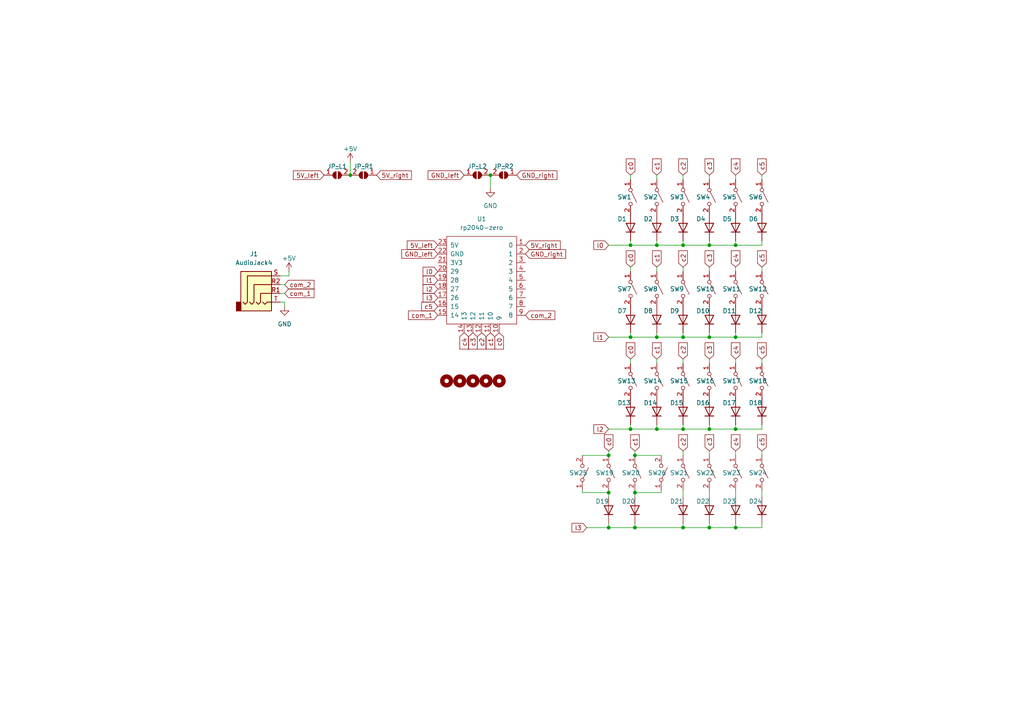
<source format=kicad_sch>
(kicad_sch (version 20231120) (generator "eeschema") (generator_version "8.0")
  (paper "A4")
  (lib_symbols
    (symbol "Connector_Audio:AudioJack4"
      (property "Reference" "J" (at 0 8.89 0))
      (property "Value" "AudioJack4" (at 0 6.35 0))
      (symbol "AudioJack4_0_1"
        (rectangle (start -6.35 -5.08) (end -7.62 -7.62) (stroke (width 0.254)) (fill (type outline)))
        (polyline (pts (xy 0 -5.08) (xy 0.635 -5.715) (xy 1.27 -5.08) (xy 2.54 -5.08)) (stroke (width 0.254)))
        (polyline (pts (xy -5.715 -5.08) (xy -5.08 -5.715) (xy -4.445 -5.08) (xy -4.445 2.54) (xy 2.54 2.54)) (stroke (width 0.254)))
        (polyline (pts (xy -1.905 -5.08) (xy -1.27 -5.715) (xy -0.635 -5.08) (xy -0.635 -2.54) (xy 2.54 -2.54)) (stroke (width 0.254)))
        (polyline (pts (xy 2.54 0) (xy -2.54 0) (xy -2.54 -5.08) (xy -3.175 -5.715) (xy -3.81 -5.08)) (stroke (width 0.254)))
        (rectangle (start 2.54 3.81) (end -6.35 -7.62) (stroke (width 0.254)) (fill (type background)))
      )
      (symbol "AudioJack4_1_1"
        (pin passive line (at 5.08 -2.54 180) (length 2.54) (name "~") (number "R1"))
        (pin passive line (at 5.08 0 180) (length 2.54) (name "~") (number "R2"))
        (pin passive line (at 5.08 2.54 180) (length 2.54) (name "~") (number "S"))
        (pin passive line (at 5.08 -5.08 180) (length 2.54) (name "~") (number "T"))
      )
    )
    (symbol "Diode:1N4148" (pin_numbers hide) (pin_names hide)
      (property "Reference" "D" (at 0 2.54 0))
      (property "Value" "1N4148" (at 0 -2.54 0))
      (symbol "1N4148_0_1"
        (polyline (pts (xy -1.27 1.27) (xy -1.27 -1.27)) (stroke (width 0.254)))
        (polyline (pts (xy 1.27 0) (xy -1.27 0)))
        (polyline (pts (xy 1.27 1.27) (xy 1.27 -1.27) (xy -1.27 0) (xy 1.27 1.27)) (stroke (width 0.254)))
      )
      (symbol "1N4148_1_1"
        (pin passive line (at -3.81 0 0) (length 2.54) (name "K") (number "1"))
        (pin passive line (at 3.81 0 180) (length 2.54) (name "A") (number "2"))
      )
    )
    (symbol "Jumper:SolderJumper_2_Open" (pin_names (offset 0) hide)
      (property "Reference" "JP" (at 0 2.032 0))
      (property "Value" "SolderJumper_2_Open" (at 0 -2.54 0))
      (symbol "SolderJumper_2_Open_0_1"
        (arc (start -0.254 1.016) (mid -1.2656 0) (end -0.254 -1.016))
        (arc (start -0.254 1.016) (mid -1.2656 0) (end -0.254 -1.016) (fill (type outline)))
        (polyline (pts (xy -0.254 1.016) (xy -0.254 -1.016)))
        (polyline (pts (xy 0.254 1.016) (xy 0.254 -1.016)))
        (arc (start 0.254 -1.016) (mid 1.2656 0) (end 0.254 1.016))
        (arc (start 0.254 -1.016) (mid 1.2656 0) (end 0.254 1.016) (fill (type outline)))
      )
      (symbol "SolderJumper_2_Open_1_1"
        (pin passive line (at -3.81 0 0) (length 2.54) (name "A") (number "1"))
        (pin passive line (at 3.81 0 180) (length 2.54) (name "B") (number "2"))
      )
    )
    (symbol "Mechanical:MountingHole" (pin_names (offset 1.016))
      (property "Reference" "H" (at 0 5.08 0))
      (property "Value" "MountingHole" (at 0 3.175 0))
      (symbol "MountingHole_0_1"
        (circle (center 0 0) (radius 1.27) (stroke (width 1.27)))
      )
    )
    (symbol "Switch:SW_SPST" (pin_names (offset 0) hide)
      (property "Reference" "SW" (at 0 3.175 0))
      (property "Value" "SW_SPST" (at 0 -2.54 0))
      (symbol "SW_SPST_0_0"
        (circle (center -2.032 0) (radius 0.508))
        (polyline (pts (xy -1.524 0.254) (xy 1.524 1.778)))
        (circle (center 2.032 0) (radius 0.508))
      )
      (symbol "SW_SPST_1_1"
        (pin passive line (at -5.08 0 0) (length 2.54) (name "A") (number "1"))
        (pin passive line (at 5.08 0 180) (length 2.54) (name "B") (number "2"))
      )
    )
    (symbol "mcu:rp2040-zero" (pin_names (offset 1.016))
      (property "Reference" "U" (at 0 15.24 0))
      (property "Value" "rp2040-zero" (at 0 12.7 0))
      (symbol "rp2040-zero_0_1"
        (rectangle (start -10.16 11.43) (end 10.16 -13.97))
      )
      (symbol "rp2040-zero_1_1"
        (pin bidirectional line (at 12.7 8.89 180) (length 2.54) (name "0") (number "1"))
        (pin bidirectional line (at 5.08 -16.51 90) (length 2.54) (name "9") (number "10"))
        (pin bidirectional line (at 2.54 -16.51 90) (length 2.54) (name "10") (number "11"))
        (pin bidirectional line (at 0 -16.51 90) (length 2.54) (name "11") (number "12"))
        (pin bidirectional line (at -2.54 -16.51 90) (length 2.54) (name "12") (number "13"))
        (pin bidirectional line (at -5.08 -16.51 90) (length 2.54) (name "13") (number "14"))
        (pin bidirectional line (at -12.7 -11.43 0) (length 2.54) (name "14") (number "15"))
        (pin bidirectional line (at -12.7 -8.89 0) (length 2.54) (name "15") (number "16"))
        (pin bidirectional line (at -12.7 -6.35 0) (length 2.54) (name "26") (number "17"))
        (pin bidirectional line (at -12.7 -3.81 0) (length 2.54) (name "27") (number "18"))
        (pin bidirectional line (at -12.7 -1.27 0) (length 2.54) (name "28") (number "19"))
        (pin bidirectional line (at 12.7 6.35 180) (length 2.54) (name "1") (number "2"))
        (pin bidirectional line (at -12.7 1.27 0) (length 2.54) (name "29") (number "20"))
        (pin power_out line (at -12.7 3.81 0) (length 2.54) (name "3V3") (number "21"))
        (pin power_out line (at -12.7 6.35 0) (length 2.54) (name "GND") (number "22"))
        (pin power_out line (at -12.7 8.89 0) (length 2.54) (name "5V") (number "23"))
        (pin bidirectional line (at 12.7 3.81 180) (length 2.54) (name "2") (number "3"))
        (pin bidirectional line (at 12.7 1.27 180) (length 2.54) (name "3") (number "4"))
        (pin bidirectional line (at 12.7 -1.27 180) (length 2.54) (name "4") (number "5"))
        (pin bidirectional line (at 12.7 -3.81 180) (length 2.54) (name "5") (number "6"))
        (pin bidirectional line (at 12.7 -6.35 180) (length 2.54) (name "6") (number "7"))
        (pin bidirectional line (at 12.7 -8.89 180) (length 2.54) (name "7") (number "8"))
        (pin bidirectional line (at 12.7 -11.43 180) (length 2.54) (name "8") (number "9"))
      )
    )
    (symbol "power:+5V" (power) (pin_names (offset 0))
      (property "Value" "+5V" (at 0 3.556 0))
      (symbol "+5V_0_1"
        (polyline (pts (xy -0.762 1.27) (xy 0 2.54)))
        (polyline (pts (xy 0 0) (xy 0 2.54)))
        (polyline (pts (xy 0 2.54) (xy 0.762 1.27)))
      )
      (symbol "+5V_1_1"
        (pin power_in line (at 0 0 90) (length 0) hide (name "+5V") (number "1"))
      )
    )
    (symbol "power:GND" (power) (pin_names (offset 0))
      (property "Value" "GND" (at 0 -3.81 0))
      (symbol "GND_0_1"
        (polyline (pts (xy 0 0) (xy 0 -1.27) (xy 1.27 -1.27) (xy 0 -2.54) (xy -1.27 -1.27) (xy 0 -1.27)))
      )
      (symbol "GND_1_1"
        (pin power_in line (at 0 0 270) (length 0) hide (name "GND") (number "1"))
      )
    )
  )
  (junction (at 198.12 71.12))
  (junction (at 176.53 132.08))
  (junction (at 184.15 142.875))
  (junction (at 176.53 142.875))
  (junction (at 142.24 50.8))
  (junction (at 213.36 153.035))
  (junction (at 190.5 124.46))
  (junction (at 198.12 97.79))
  (junction (at 176.53 153.035))
  (junction (at 184.15 153.035))
  (junction (at 213.36 124.46))
  (junction (at 190.5 71.12))
  (junction (at 213.36 97.79))
  (junction (at 182.88 124.46))
  (junction (at 205.74 97.79))
  (junction (at 198.12 124.46))
  (junction (at 205.74 71.12))
  (junction (at 101.6 50.8))
  (junction (at 205.74 153.035))
  (junction (at 184.15 132.08))
  (junction (at 205.74 124.46))
  (junction (at 213.36 71.12))
  (junction (at 182.88 97.79))
  (junction (at 190.5 97.79))
  (junction (at 198.12 153.035))
  (junction (at 182.88 71.12))
  (wire (pts (xy 205.74 71.12) (xy 213.36 71.12)))
  (wire (pts (xy 220.98 77.47) (xy 220.98 78.74)))
  (wire (pts (xy 198.12 50.8) (xy 198.12 52.07)))
  (wire (pts (xy 176.53 153.035) (xy 184.15 153.035)))
  (wire (pts (xy 205.74 124.46) (xy 213.36 124.46)))
  (wire (pts (xy 213.36 151.765) (xy 213.36 153.035)))
  (wire (pts (xy 182.88 97.79) (xy 190.5 97.79)))
  (wire (pts (xy 198.12 69.85) (xy 198.12 71.12)))
  (wire (pts (xy 184.15 142.875) (xy 184.15 142.24)))
  (wire (pts (xy 83.82 80.01) (xy 81.28 80.01)))
  (wire (pts (xy 198.12 130.81) (xy 198.12 132.08)))
  (wire (pts (xy 220.98 50.8) (xy 220.98 52.07)))
  (wire (pts (xy 182.88 69.85) (xy 182.88 71.12)))
  (wire (pts (xy 101.6 46.99) (xy 101.6 50.8)))
  (wire (pts (xy 205.74 50.8) (xy 205.74 52.07)))
  (wire (pts (xy 220.98 151.765) (xy 220.98 153.035)))
  (wire (pts (xy 190.5 97.79) (xy 198.12 97.79)))
  (wire (pts (xy 213.36 96.52) (xy 213.36 97.79)))
  (wire (pts (xy 205.74 69.85) (xy 205.74 71.12)))
  (wire (pts (xy 205.74 153.035) (xy 213.36 153.035)))
  (wire (pts (xy 198.12 123.19) (xy 198.12 124.46)))
  (wire (pts (xy 190.5 77.47) (xy 190.5 78.74)))
  (wire (pts (xy 182.88 96.52) (xy 182.88 97.79)))
  (wire (pts (xy 176.53 124.46) (xy 182.88 124.46)))
  (wire (pts (xy 213.36 130.81) (xy 213.36 132.08)))
  (wire (pts (xy 213.36 77.47) (xy 213.36 78.74)))
  (wire (pts (xy 182.88 123.19) (xy 182.88 124.46)))
  (wire (pts (xy 205.74 151.765) (xy 205.74 153.035)))
  (wire (pts (xy 213.36 104.14) (xy 213.36 105.41)))
  (wire (pts (xy 176.53 97.79) (xy 182.88 97.79)))
  (wire (pts (xy 213.36 124.46) (xy 220.98 124.46)))
  (wire (pts (xy 182.88 71.12) (xy 190.5 71.12)))
  (wire (pts (xy 198.12 142.24) (xy 198.12 144.145)))
  (wire (pts (xy 205.74 104.14) (xy 205.74 105.41)))
  (wire (pts (xy 176.53 142.875) (xy 176.53 144.145)))
  (wire (pts (xy 190.5 69.85) (xy 190.5 71.12)))
  (wire (pts (xy 213.36 71.12) (xy 220.98 71.12)))
  (wire (pts (xy 184.15 142.875) (xy 191.77 142.875)))
  (wire (pts (xy 81.28 87.63) (xy 82.55 87.63)))
  (wire (pts (xy 182.88 77.47) (xy 182.88 78.74)))
  (wire (pts (xy 184.15 144.145) (xy 184.15 142.875)))
  (wire (pts (xy 176.53 142.24) (xy 176.53 142.875)))
  (wire (pts (xy 184.15 151.765) (xy 184.15 153.035)))
  (wire (pts (xy 198.12 71.12) (xy 205.74 71.12)))
  (wire (pts (xy 205.74 97.79) (xy 213.36 97.79)))
  (wire (pts (xy 190.5 96.52) (xy 190.5 97.79)))
  (wire (pts (xy 198.12 153.035) (xy 205.74 153.035)))
  (wire (pts (xy 213.36 153.035) (xy 220.98 153.035)))
  (wire (pts (xy 198.12 97.79) (xy 205.74 97.79)))
  (wire (pts (xy 83.82 78.74) (xy 83.82 80.01)))
  (wire (pts (xy 184.15 153.035) (xy 198.12 153.035)))
  (wire (pts (xy 198.12 104.14) (xy 198.12 105.41)))
  (wire (pts (xy 170.18 153.035) (xy 176.53 153.035)))
  (wire (pts (xy 213.36 50.8) (xy 213.36 52.07)))
  (wire (pts (xy 190.5 123.19) (xy 190.5 124.46)))
  (wire (pts (xy 176.53 130.81) (xy 176.53 132.08)))
  (wire (pts (xy 205.74 77.47) (xy 205.74 78.74)))
  (wire (pts (xy 220.98 130.81) (xy 220.98 132.08)))
  (wire (pts (xy 168.91 142.875) (xy 176.53 142.875)))
  (wire (pts (xy 182.88 124.46) (xy 190.5 124.46)))
  (wire (pts (xy 220.98 96.52) (xy 220.98 97.79)))
  (wire (pts (xy 220.98 69.85) (xy 220.98 71.12)))
  (wire (pts (xy 213.36 69.85) (xy 213.36 71.12)))
  (wire (pts (xy 142.24 50.8) (xy 142.24 54.61)))
  (wire (pts (xy 182.88 104.14) (xy 182.88 105.41)))
  (wire (pts (xy 213.36 123.19) (xy 213.36 124.46)))
  (wire (pts (xy 220.98 144.145) (xy 220.98 142.24)))
  (wire (pts (xy 198.12 151.765) (xy 198.12 153.035)))
  (wire (pts (xy 190.5 50.8) (xy 190.5 52.07)))
  (wire (pts (xy 184.15 132.08) (xy 191.77 132.08)))
  (wire (pts (xy 198.12 124.46) (xy 205.74 124.46)))
  (wire (pts (xy 220.98 104.14) (xy 220.98 105.41)))
  (wire (pts (xy 220.98 123.19) (xy 220.98 124.46)))
  (wire (pts (xy 168.91 142.24) (xy 168.91 142.875)))
  (wire (pts (xy 191.77 142.24) (xy 191.77 142.875)))
  (wire (pts (xy 205.74 96.52) (xy 205.74 97.79)))
  (wire (pts (xy 82.55 87.63) (xy 82.55 88.9)))
  (wire (pts (xy 190.5 71.12) (xy 198.12 71.12)))
  (wire (pts (xy 213.36 97.79) (xy 220.98 97.79)))
  (wire (pts (xy 182.88 50.8) (xy 182.88 52.07)))
  (wire (pts (xy 205.74 130.81) (xy 205.74 132.08)))
  (wire (pts (xy 190.5 104.14) (xy 190.5 105.41)))
  (wire (pts (xy 81.28 82.55) (xy 82.55 82.55)))
  (wire (pts (xy 213.36 144.145) (xy 213.36 142.24)))
  (wire (pts (xy 81.28 85.09) (xy 82.55 85.09)))
  (wire (pts (xy 198.12 96.52) (xy 198.12 97.79)))
  (wire (pts (xy 184.15 130.81) (xy 184.15 132.08)))
  (wire (pts (xy 176.53 71.12) (xy 182.88 71.12)))
  (wire (pts (xy 168.91 132.08) (xy 176.53 132.08)))
  (wire (pts (xy 190.5 124.46) (xy 198.12 124.46)))
  (wire (pts (xy 205.74 144.145) (xy 205.74 142.24)))
  (wire (pts (xy 198.12 77.47) (xy 198.12 78.74)))
  (wire (pts (xy 205.74 123.19) (xy 205.74 124.46)))
  (wire (pts (xy 176.53 151.765) (xy 176.53 153.035)))
  (global_label "c4" (shape input) (at 213.36 50.8 90) (property "Intersheetrefs" "${INTERSHEET_REFS}" (effects (hide yes))))
  (global_label "l2" (shape input) (at 176.53 124.46 180) (property "Intersheetrefs" "${INTERSHEET_REFS}" (effects (hide yes))))
  (global_label "c5" (shape input) (at 220.98 50.8 90) (property "Intersheetrefs" "${INTERSHEET_REFS}" (effects (hide yes))))
  (global_label "c0" (shape input) (at 176.53 130.81 90) (property "Intersheetrefs" "${INTERSHEET_REFS}" (effects (hide yes))))
  (global_label "c4" (shape input) (at 213.36 104.14 90) (property "Intersheetrefs" "${INTERSHEET_REFS}" (effects (hide yes))))
  (global_label "c0" (shape input) (at 182.88 50.8 90) (property "Intersheetrefs" "${INTERSHEET_REFS}" (effects (hide yes))))
  (global_label "com_1" (shape input) (at 82.55 85.09 0) (property "Intersheetrefs" "${INTERSHEET_REFS}" (effects (hide yes))))
  (global_label "c3" (shape input) (at 205.74 77.47 90) (property "Intersheetrefs" "${INTERSHEET_REFS}" (effects (hide yes))))
  (global_label "com_2" (shape input) (at 152.4 91.44 0) (property "Intersheetrefs" "${INTERSHEET_REFS}" (effects (hide yes))))
  (global_label "c2" (shape input) (at 198.12 130.81 90) (property "Intersheetrefs" "${INTERSHEET_REFS}" (effects (hide yes))))
  (global_label "l1" (shape input) (at 176.53 97.79 180) (property "Intersheetrefs" "${INTERSHEET_REFS}" (effects (hide yes))))
  (global_label "GND_right" (shape input) (at 149.86 50.8 0) (property "Intersheetrefs" "${INTERSHEET_REFS}" (effects (hide yes))))
  (global_label "l1" (shape input) (at 127 81.28 180) (property "Intersheetrefs" "${INTERSHEET_REFS}" (effects (hide yes))))
  (global_label "5V_left" (shape input) (at 127 71.12 180) (property "Intersheetrefs" "${INTERSHEET_REFS}" (effects (hide yes))))
  (global_label "c1" (shape input) (at 184.15 130.81 90) (property "Intersheetrefs" "${INTERSHEET_REFS}" (effects (hide yes))))
  (global_label "c2" (shape input) (at 198.12 50.8 90) (property "Intersheetrefs" "${INTERSHEET_REFS}" (effects (hide yes))))
  (global_label "c5" (shape input) (at 220.98 104.14 90) (property "Intersheetrefs" "${INTERSHEET_REFS}" (effects (hide yes))))
  (global_label "5V_right" (shape input) (at 109.22 50.8 0) (property "Intersheetrefs" "${INTERSHEET_REFS}" (effects (hide yes))))
  (global_label "l0" (shape input) (at 127 78.74 180) (property "Intersheetrefs" "${INTERSHEET_REFS}" (effects (hide yes))))
  (global_label "GND_left" (shape input) (at 127 73.66 180) (property "Intersheetrefs" "${INTERSHEET_REFS}" (effects (hide yes))))
  (global_label "c5" (shape input) (at 127 88.9 180) (property "Intersheetrefs" "${INTERSHEET_REFS}" (effects (hide yes))))
  (global_label "c2" (shape input) (at 198.12 104.14 90) (property "Intersheetrefs" "${INTERSHEET_REFS}" (effects (hide yes))))
  (global_label "c4" (shape input) (at 213.36 130.81 90) (property "Intersheetrefs" "${INTERSHEET_REFS}" (effects (hide yes))))
  (global_label "c2" (shape input) (at 198.12 77.47 90) (property "Intersheetrefs" "${INTERSHEET_REFS}" (effects (hide yes))))
  (global_label "c0" (shape input) (at 182.88 104.14 90) (property "Intersheetrefs" "${INTERSHEET_REFS}" (effects (hide yes))))
  (global_label "GND_right" (shape input) (at 152.4 73.66 0) (property "Intersheetrefs" "${INTERSHEET_REFS}" (effects (hide yes))))
  (global_label "c1" (shape input) (at 190.5 104.14 90) (property "Intersheetrefs" "${INTERSHEET_REFS}" (effects (hide yes))))
  (global_label "l3" (shape input) (at 127 86.36 180) (property "Intersheetrefs" "${INTERSHEET_REFS}" (effects (hide yes))))
  (global_label "l3" (shape input) (at 170.18 153.035 180) (property "Intersheetrefs" "${INTERSHEET_REFS}" (effects (hide yes))))
  (global_label "c4" (shape input) (at 213.36 77.47 90) (property "Intersheetrefs" "${INTERSHEET_REFS}" (effects (hide yes))))
  (global_label "5V_right" (shape input) (at 152.4 71.12 0) (property "Intersheetrefs" "${INTERSHEET_REFS}" (effects (hide yes))))
  (global_label "com_2" (shape input) (at 82.55 82.55 0) (property "Intersheetrefs" "${INTERSHEET_REFS}" (effects (hide yes))))
  (global_label "l2" (shape input) (at 127 83.82 180) (property "Intersheetrefs" "${INTERSHEET_REFS}" (effects (hide yes))))
  (global_label "c0" (shape input) (at 144.78 96.52 270) (property "Intersheetrefs" "${INTERSHEET_REFS}" (effects (hide yes))))
  (global_label "c2" (shape input) (at 139.7 96.52 270) (property "Intersheetrefs" "${INTERSHEET_REFS}" (effects (hide yes))))
  (global_label "c3" (shape input) (at 205.74 104.14 90) (property "Intersheetrefs" "${INTERSHEET_REFS}" (effects (hide yes))))
  (global_label "c1" (shape input) (at 190.5 77.47 90) (property "Intersheetrefs" "${INTERSHEET_REFS}" (effects (hide yes))))
  (global_label "c1" (shape input) (at 190.5 50.8 90) (property "Intersheetrefs" "${INTERSHEET_REFS}" (effects (hide yes))))
  (global_label "l0" (shape input) (at 176.53 71.12 180) (property "Intersheetrefs" "${INTERSHEET_REFS}" (effects (hide yes))))
  (global_label "5V_left" (shape input) (at 93.98 50.8 180) (property "Intersheetrefs" "${INTERSHEET_REFS}" (effects (hide yes))))
  (global_label "c1" (shape input) (at 142.24 96.52 270) (property "Intersheetrefs" "${INTERSHEET_REFS}" (effects (hide yes))))
  (global_label "com_1" (shape input) (at 127 91.44 180) (property "Intersheetrefs" "${INTERSHEET_REFS}" (effects (hide yes))))
  (global_label "c3" (shape input) (at 205.74 130.81 90) (property "Intersheetrefs" "${INTERSHEET_REFS}" (effects (hide yes))))
  (global_label "c3" (shape input) (at 137.16 96.52 270) (property "Intersheetrefs" "${INTERSHEET_REFS}" (effects (hide yes))))
  (global_label "c5" (shape input) (at 220.98 130.81 90) (property "Intersheetrefs" "${INTERSHEET_REFS}" (effects (hide yes))))
  (global_label "c5" (shape input) (at 220.98 77.47 90) (property "Intersheetrefs" "${INTERSHEET_REFS}" (effects (hide yes))))
  (global_label "c0" (shape input) (at 182.88 77.47 90) (property "Intersheetrefs" "${INTERSHEET_REFS}" (effects (hide yes))))
  (global_label "c3" (shape input) (at 205.74 50.8 90) (property "Intersheetrefs" "${INTERSHEET_REFS}" (effects (hide yes))))
  (global_label "GND_left" (shape input) (at 134.62 50.8 180) (property "Intersheetrefs" "${INTERSHEET_REFS}" (effects (hide yes))))
  (global_label "c4" (shape input) (at 134.62 96.52 270) (property "Intersheetrefs" "${INTERSHEET_REFS}" (effects (hide yes))))
  (symbol (lib_id "power:+5V") (at 101.6 46.99 0) (unit 1)
    (property "Reference" "#PWR01" (effects (hide yes)))
    (property "Value" "+5V" (at 101.6 43.18 0))
  )
  (symbol (lib_id "Switch:SW_SPST") (at 220.98 57.15 270) (unit 1)
    (property "Reference" "SW6" (at 217.17 57.15 90) (effects (justify left)))
    (property "Value" "SW_SPST" (effects (hide yes)))
    (property "Footprint" "lib:SW_MX_reversible" (effects (hide yes)))
  )
  (symbol (lib_id "Diode:1N4148") (at 205.74 119.38 90) (unit 1)
    (property "Reference" "D16" (at 201.93 116.84 90) (effects (justify right)))
    (property "Value" "1N4148" (effects (hide yes)))
    (property "Footprint" "Diode_THT:D_DO-35_SOD27_P7.62mm_Horizontal" (effects (hide yes)))
    (property "Datasheet" "https://assets.nexperia.com/documents/data-sheet/1N4148_1N4448.pdf" (effects (hide yes)))
    (property "Sim.Device" "D" (effects (hide yes)))
    (property "Sim.Pins" "1=K 2=A" (effects (hide yes)))
  )
  (symbol (lib_id "Jumper:SolderJumper_2_Open") (at 138.43 50.8 0) (unit 1)
    (property "Reference" "JP_L2" (at 138.43 48.26 0))
    (property "Value" "~" (at 138.43 48.26 0))
    (property "Footprint" "lib:SolderJumper-2_P1.3mm_Open_RoundedPad1.0x1.5mm" (effects (hide yes)))
  )
  (symbol (lib_id "Jumper:SolderJumper_2_Open") (at 146.05 50.8 0) (mirror y) (unit 1)
    (property "Reference" "JP_R2" (at 146.05 48.26 0))
    (property "Value" "~" (at 146.05 48.26 0))
    (property "Footprint" "lib:SolderJumper-2_P1.3mm_Open_RoundedPad1.0x1.5mm" (effects (hide yes)))
  )
  (symbol (lib_id "Diode:1N4148") (at 182.88 119.38 90) (unit 1)
    (property "Reference" "D13" (at 179.07 116.84 90) (effects (justify right)))
    (property "Value" "1N4148" (effects (hide yes)))
    (property "Footprint" "Diode_THT:D_DO-35_SOD27_P7.62mm_Horizontal" (effects (hide yes)))
    (property "Datasheet" "https://assets.nexperia.com/documents/data-sheet/1N4148_1N4448.pdf" (effects (hide yes)))
    (property "Sim.Device" "D" (effects (hide yes)))
    (property "Sim.Pins" "1=K 2=A" (effects (hide yes)))
  )
  (symbol (lib_id "Switch:SW_SPST") (at 205.74 137.16 270) (unit 1)
    (property "Reference" "SW22" (at 201.93 137.16 90) (effects (justify left)))
    (property "Value" "SW_SPST" (effects (hide yes)))
    (property "Footprint" "lib:SW_MX_reversible" (effects (hide yes)))
  )
  (symbol (lib_id "Switch:SW_SPST") (at 198.12 137.16 270) (unit 1)
    (property "Reference" "SW21" (at 194.31 137.16 90) (effects (justify left)))
    (property "Value" "SW_SPST" (effects (hide yes)))
    (property "Footprint" "lib:SW_MX_reversible_2" (effects (hide yes)))
  )
  (symbol (lib_id "power:GND") (at 142.24 54.61 0) (unit 1)
    (property "Reference" "#PWR02" (effects (hide yes)))
    (property "Value" "GND" (at 142.24 59.69 0))
  )
  (symbol (lib_id "Switch:SW_SPST") (at 213.36 110.49 270) (unit 1)
    (property "Reference" "SW17" (at 209.55 110.49 90) (effects (justify left)))
    (property "Value" "SW_SPST" (effects (hide yes)))
    (property "Footprint" "lib:SW_MX_reversible" (effects (hide yes)))
  )
  (symbol (lib_id "Switch:SW_SPST") (at 182.88 110.49 270) (unit 1)
    (property "Reference" "SW13" (at 179.07 110.49 90) (effects (justify left)))
    (property "Value" "SW_SPST" (effects (hide yes)))
    (property "Footprint" "lib:SW_MX_reversible" (effects (hide yes)))
  )
  (symbol (lib_id "Switch:SW_SPST") (at 184.15 137.16 270) (unit 1)
    (property "Reference" "SW20" (at 180.34 137.16 90) (effects (justify left)))
    (property "Value" "SW_SPST" (effects (hide yes)))
    (property "Footprint" "lib:SW_MX_reversible" (effects (hide yes)))
  )
  (symbol (lib_id "Switch:SW_SPST") (at 220.98 110.49 270) (unit 1)
    (property "Reference" "SW18" (at 217.17 110.49 90) (effects (justify left)))
    (property "Value" "SW_SPST" (effects (hide yes)))
    (property "Footprint" "lib:SW_MX_reversible" (effects (hide yes)))
  )
  (symbol (lib_id "Mechanical:MountingHole") (at 140.97 110.49 0) (unit 1)
    (property "Reference" "H4" (effects (hide yes)))
    (property "Value" "MountingHole" (effects (hide yes)))
    (property "Footprint" "MountingHole:MountingHole_2.2mm_M2" (effects (hide yes)))
  )
  (symbol (lib_id "Diode:1N4148") (at 182.88 66.04 90) (unit 1)
    (property "Reference" "D1" (at 179.07 63.5 90) (effects (justify right)))
    (property "Value" "1N4148" (effects (hide yes)))
    (property "Footprint" "Diode_THT:D_DO-35_SOD27_P7.62mm_Horizontal" (effects (hide yes)))
    (property "Datasheet" "https://assets.nexperia.com/documents/data-sheet/1N4148_1N4448.pdf" (effects (hide yes)))
    (property "Sim.Device" "D" (effects (hide yes)))
    (property "Sim.Pins" "1=K 2=A" (effects (hide yes)))
  )
  (symbol (lib_id "Switch:SW_SPST") (at 205.74 110.49 270) (unit 1)
    (property "Reference" "SW16" (at 201.93 110.49 90) (effects (justify left)))
    (property "Value" "SW_SPST" (effects (hide yes)))
    (property "Footprint" "lib:SW_MX_reversible" (effects (hide yes)))
  )
  (symbol (lib_id "Connector_Audio:AudioJack4") (at 76.2 82.55 0) (unit 1)
    (property "Reference" "J1" (at 73.66 73.66 0))
    (property "Value" "AudioJack4" (at 73.66 76.2 0))
    (property "Footprint" "lib:TRRS-PJ-320A_reversible_2" (effects (hide yes)))
  )
  (symbol (lib_id "Switch:SW_SPST") (at 182.88 83.82 270) (unit 1)
    (property "Reference" "SW7" (at 179.07 83.82 90) (effects (justify left)))
    (property "Value" "SW_SPST" (effects (hide yes)))
    (property "Footprint" "lib:SW_MX_reversible" (effects (hide yes)))
  )
  (symbol (lib_id "Diode:1N4148") (at 198.12 66.04 90) (unit 1)
    (property "Reference" "D3" (at 194.31 63.5 90) (effects (justify right)))
    (property "Value" "1N4148" (effects (hide yes)))
    (property "Footprint" "Diode_THT:D_DO-35_SOD27_P7.62mm_Horizontal" (effects (hide yes)))
    (property "Datasheet" "https://assets.nexperia.com/documents/data-sheet/1N4148_1N4448.pdf" (effects (hide yes)))
    (property "Sim.Device" "D" (effects (hide yes)))
    (property "Sim.Pins" "1=K 2=A" (effects (hide yes)))
  )
  (symbol (lib_id "Diode:1N4148") (at 220.98 119.38 90) (unit 1)
    (property "Reference" "D18" (at 217.17 116.84 90) (effects (justify right)))
    (property "Value" "1N4148" (effects (hide yes)))
    (property "Footprint" "Diode_THT:D_DO-35_SOD27_P7.62mm_Horizontal" (effects (hide yes)))
    (property "Datasheet" "https://assets.nexperia.com/documents/data-sheet/1N4148_1N4448.pdf" (effects (hide yes)))
    (property "Sim.Device" "D" (effects (hide yes)))
    (property "Sim.Pins" "1=K 2=A" (effects (hide yes)))
  )
  (symbol (lib_id "Switch:SW_SPST") (at 198.12 57.15 270) (unit 1)
    (property "Reference" "SW3" (at 194.31 57.15 90) (effects (justify left)))
    (property "Value" "SW_SPST" (effects (hide yes)))
    (property "Footprint" "lib:SW_MX_reversible" (effects (hide yes)))
  )
  (symbol (lib_id "Diode:1N4148") (at 182.88 92.71 90) (unit 1)
    (property "Reference" "D7" (at 179.07 90.17 90) (effects (justify right)))
    (property "Value" "1N4148" (effects (hide yes)))
    (property "Footprint" "Diode_THT:D_DO-35_SOD27_P7.62mm_Horizontal" (effects (hide yes)))
    (property "Datasheet" "https://assets.nexperia.com/documents/data-sheet/1N4148_1N4448.pdf" (effects (hide yes)))
    (property "Sim.Device" "D" (effects (hide yes)))
    (property "Sim.Pins" "1=K 2=A" (effects (hide yes)))
  )
  (symbol (lib_id "Mechanical:MountingHole") (at 144.78 110.49 0) (unit 1)
    (property "Reference" "H5" (effects (hide yes)))
    (property "Value" "MountingHole" (effects (hide yes)))
    (property "Footprint" "MountingHole:MountingHole_2.2mm_M2" (effects (hide yes)))
  )
  (symbol (lib_id "Diode:1N4148") (at 190.5 66.04 90) (unit 1)
    (property "Reference" "D2" (at 186.69 63.5 90) (effects (justify right)))
    (property "Value" "1N4148" (effects (hide yes)))
    (property "Footprint" "Diode_THT:D_DO-35_SOD27_P7.62mm_Horizontal" (effects (hide yes)))
    (property "Datasheet" "https://assets.nexperia.com/documents/data-sheet/1N4148_1N4448.pdf" (effects (hide yes)))
    (property "Sim.Device" "D" (effects (hide yes)))
    (property "Sim.Pins" "1=K 2=A" (effects (hide yes)))
  )
  (symbol (lib_id "Switch:SW_SPST") (at 190.5 110.49 270) (unit 1)
    (property "Reference" "SW14" (at 186.69 110.49 90) (effects (justify left)))
    (property "Value" "SW_SPST" (effects (hide yes)))
    (property "Footprint" "lib:SW_MX_reversible" (effects (hide yes)))
  )
  (symbol (lib_id "Diode:1N4148") (at 213.36 147.955 90) (unit 1)
    (property "Reference" "D23" (at 209.55 145.415 90) (effects (justify right)))
    (property "Value" "1N4148" (effects (hide yes)))
    (property "Footprint" "Diode_THT:D_DO-35_SOD27_P7.62mm_Horizontal" (effects (hide yes)))
    (property "Datasheet" "https://assets.nexperia.com/documents/data-sheet/1N4148_1N4448.pdf" (effects (hide yes)))
    (property "Sim.Device" "D" (effects (hide yes)))
    (property "Sim.Pins" "1=K 2=A" (effects (hide yes)))
  )
  (symbol (lib_id "Diode:1N4148") (at 198.12 119.38 90) (unit 1)
    (property "Reference" "D15" (at 194.31 116.84 90) (effects (justify right)))
    (property "Value" "1N4148" (effects (hide yes)))
    (property "Footprint" "Diode_THT:D_DO-35_SOD27_P7.62mm_Horizontal" (effects (hide yes)))
    (property "Datasheet" "https://assets.nexperia.com/documents/data-sheet/1N4148_1N4448.pdf" (effects (hide yes)))
    (property "Sim.Device" "D" (effects (hide yes)))
    (property "Sim.Pins" "1=K 2=A" (effects (hide yes)))
  )
  (symbol (lib_id "Diode:1N4148") (at 198.12 92.71 90) (unit 1)
    (property "Reference" "D9" (at 194.31 90.17 90) (effects (justify right)))
    (property "Value" "1N4148" (effects (hide yes)))
    (property "Footprint" "Diode_THT:D_DO-35_SOD27_P7.62mm_Horizontal" (effects (hide yes)))
    (property "Datasheet" "https://assets.nexperia.com/documents/data-sheet/1N4148_1N4448.pdf" (effects (hide yes)))
    (property "Sim.Device" "D" (effects (hide yes)))
    (property "Sim.Pins" "1=K 2=A" (effects (hide yes)))
  )
  (symbol (lib_id "Jumper:SolderJumper_2_Open") (at 105.41 50.8 0) (mirror y) (unit 1)
    (property "Reference" "JP_R1" (at 105.41 48.26 0))
    (property "Value" "~" (at 105.41 48.26 0))
    (property "Footprint" "lib:SolderJumper-2_P1.3mm_Open_RoundedPad1.0x1.5mm" (effects (hide yes)))
  )
  (symbol (lib_id "Switch:SW_SPST") (at 190.5 57.15 270) (unit 1)
    (property "Reference" "SW2" (at 186.69 57.15 90) (effects (justify left)))
    (property "Value" "SW_SPST" (effects (hide yes)))
    (property "Footprint" "lib:SW_MX_reversible" (effects (hide yes)))
  )
  (symbol (lib_id "Diode:1N4148") (at 205.74 66.04 90) (unit 1)
    (property "Reference" "D4" (at 201.93 63.5 90) (effects (justify right)))
    (property "Value" "1N4148" (effects (hide yes)))
    (property "Footprint" "Diode_THT:D_DO-35_SOD27_P7.62mm_Horizontal" (effects (hide yes)))
    (property "Datasheet" "https://assets.nexperia.com/documents/data-sheet/1N4148_1N4448.pdf" (effects (hide yes)))
    (property "Sim.Device" "D" (effects (hide yes)))
    (property "Sim.Pins" "1=K 2=A" (effects (hide yes)))
  )
  (symbol (lib_id "mcu:rp2040-zero") (at 139.7 80.01 0) (unit 1)
    (property "Reference" "U1" (at 139.7 63.5 0))
    (property "Value" "rp2040-zero" (at 139.7 66.04 0))
    (property "Footprint" "_mcu:rp2040-zero-tht" (effects (hide yes)))
  )
  (symbol (lib_id "Diode:1N4148") (at 205.74 92.71 90) (unit 1)
    (property "Reference" "D10" (at 201.93 90.17 90) (effects (justify right)))
    (property "Value" "1N4148" (effects (hide yes)))
    (property "Footprint" "Diode_THT:D_DO-35_SOD27_P7.62mm_Horizontal" (effects (hide yes)))
    (property "Datasheet" "https://assets.nexperia.com/documents/data-sheet/1N4148_1N4448.pdf" (effects (hide yes)))
    (property "Sim.Device" "D" (effects (hide yes)))
    (property "Sim.Pins" "1=K 2=A" (effects (hide yes)))
  )
  (symbol (lib_id "Diode:1N4148") (at 205.74 147.955 90) (unit 1)
    (property "Reference" "D22" (at 201.93 145.415 90) (effects (justify right)))
    (property "Value" "1N4148" (effects (hide yes)))
    (property "Footprint" "Diode_THT:D_DO-35_SOD27_P7.62mm_Horizontal" (effects (hide yes)))
    (property "Datasheet" "https://assets.nexperia.com/documents/data-sheet/1N4148_1N4448.pdf" (effects (hide yes)))
    (property "Sim.Device" "D" (effects (hide yes)))
    (property "Sim.Pins" "1=K 2=A" (effects (hide yes)))
  )
  (symbol (lib_id "Mechanical:MountingHole") (at 137.16 110.49 0) (unit 1)
    (property "Reference" "H3" (effects (hide yes)))
    (property "Value" "MountingHole" (effects (hide yes)))
    (property "Footprint" "MountingHole:MountingHole_2.2mm_M2" (effects (hide yes)))
  )
  (symbol (lib_id "Mechanical:MountingHole") (at 133.35 110.49 0) (unit 1)
    (property "Reference" "H2" (effects (hide yes)))
    (property "Value" "MountingHole" (effects (hide yes)))
    (property "Footprint" "MountingHole:MountingHole_2.2mm_M2" (effects (hide yes)))
  )
  (symbol (lib_id "Switch:SW_SPST") (at 220.98 83.82 270) (unit 1)
    (property "Reference" "SW12" (at 217.17 83.82 90) (effects (justify left)))
    (property "Value" "SW_SPST" (effects (hide yes)))
    (property "Footprint" "lib:SW_MX_reversible" (effects (hide yes)))
  )
  (symbol (lib_id "Switch:SW_SPST") (at 168.91 137.16 270) (mirror x) (unit 1)
    (property "Reference" "SW25" (at 165.1 137.16 90) (effects (justify left)))
    (property "Value" "SW_SPST" (effects (hide yes)))
    (property "Footprint" "lib:SW_MX_reversible_2" (effects (hide yes)))
  )
  (symbol (lib_id "Diode:1N4148") (at 220.98 92.71 90) (unit 1)
    (property "Reference" "D12" (at 217.17 90.17 90) (effects (justify right)))
    (property "Value" "1N4148" (effects (hide yes)))
    (property "Footprint" "Diode_THT:D_DO-35_SOD27_P7.62mm_Horizontal" (effects (hide yes)))
    (property "Datasheet" "https://assets.nexperia.com/documents/data-sheet/1N4148_1N4448.pdf" (effects (hide yes)))
    (property "Sim.Device" "D" (effects (hide yes)))
    (property "Sim.Pins" "1=K 2=A" (effects (hide yes)))
  )
  (symbol (lib_id "Switch:SW_SPST") (at 213.36 137.16 270) (unit 1)
    (property "Reference" "SW23" (at 209.55 137.16 90) (effects (justify left)))
    (property "Value" "SW_SPST" (effects (hide yes)))
    (property "Footprint" "lib:SW_MX_reversible" (effects (hide yes)))
  )
  (symbol (lib_id "Mechanical:MountingHole") (at 129.54 110.49 0) (unit 1)
    (property "Reference" "H1" (effects (hide yes)))
    (property "Value" "MountingHole" (effects (hide yes)))
    (property "Footprint" "MountingHole:MountingHole_2.2mm_M2" (effects (hide yes)))
  )
  (symbol (lib_id "Switch:SW_SPST") (at 205.74 83.82 270) (unit 1)
    (property "Reference" "SW10" (at 201.93 83.82 90) (effects (justify left)))
    (property "Value" "SW_SPST" (effects (hide yes)))
    (property "Footprint" "lib:SW_MX_reversible" (effects (hide yes)))
  )
  (symbol (lib_id "Diode:1N4148") (at 190.5 92.71 90) (unit 1)
    (property "Reference" "D8" (at 186.69 90.17 90) (effects (justify right)))
    (property "Value" "1N4148" (effects (hide yes)))
    (property "Footprint" "Diode_THT:D_DO-35_SOD27_P7.62mm_Horizontal" (effects (hide yes)))
    (property "Datasheet" "https://assets.nexperia.com/documents/data-sheet/1N4148_1N4448.pdf" (effects (hide yes)))
    (property "Sim.Device" "D" (effects (hide yes)))
    (property "Sim.Pins" "1=K 2=A" (effects (hide yes)))
  )
  (symbol (lib_id "Diode:1N4148") (at 184.15 147.955 90) (unit 1)
    (property "Reference" "D20" (at 180.34 145.415 90) (effects (justify right)))
    (property "Value" "1N4148" (effects (hide yes)))
    (property "Footprint" "Diode_THT:D_DO-35_SOD27_P7.62mm_Horizontal" (effects (hide yes)))
    (property "Datasheet" "https://assets.nexperia.com/documents/data-sheet/1N4148_1N4448.pdf" (effects (hide yes)))
    (property "Sim.Device" "D" (effects (hide yes)))
    (property "Sim.Pins" "1=K 2=A" (effects (hide yes)))
  )
  (symbol (lib_id "Switch:SW_SPST") (at 190.5 83.82 270) (unit 1)
    (property "Reference" "SW8" (at 186.69 83.82 90) (effects (justify left)))
    (property "Value" "SW_SPST" (effects (hide yes)))
    (property "Footprint" "lib:SW_MX_reversible" (effects (hide yes)))
  )
  (symbol (lib_id "Diode:1N4148") (at 190.5 119.38 90) (unit 1)
    (property "Reference" "D14" (at 186.69 116.84 90) (effects (justify right)))
    (property "Value" "1N4148" (effects (hide yes)))
    (property "Footprint" "Diode_THT:D_DO-35_SOD27_P7.62mm_Horizontal" (effects (hide yes)))
    (property "Datasheet" "https://assets.nexperia.com/documents/data-sheet/1N4148_1N4448.pdf" (effects (hide yes)))
    (property "Sim.Device" "D" (effects (hide yes)))
    (property "Sim.Pins" "1=K 2=A" (effects (hide yes)))
  )
  (symbol (lib_id "Switch:SW_SPST") (at 198.12 83.82 270) (unit 1)
    (property "Reference" "SW9" (at 194.31 83.82 90) (effects (justify left)))
    (property "Value" "SW_SPST" (effects (hide yes)))
    (property "Footprint" "lib:SW_MX_reversible" (effects (hide yes)))
  )
  (symbol (lib_id "Switch:SW_SPST") (at 213.36 83.82 270) (unit 1)
    (property "Reference" "SW11" (at 209.55 83.82 90) (effects (justify left)))
    (property "Value" "SW_SPST" (effects (hide yes)))
    (property "Footprint" "lib:SW_MX_reversible" (effects (hide yes)))
  )
  (symbol (lib_id "Switch:SW_SPST") (at 176.53 137.16 270) (unit 1)
    (property "Reference" "SW19" (at 172.72 137.16 90) (effects (justify left)))
    (property "Value" "SW_SPST" (effects (hide yes)))
    (property "Footprint" "lib:SW_MX_reversible_2" (effects (hide yes)))
  )
  (symbol (lib_id "Switch:SW_SPST") (at 191.77 137.16 270) (mirror x) (unit 1)
    (property "Reference" "SW26" (at 187.96 137.16 90) (effects (justify left)))
    (property "Value" "SW_SPST" (effects (hide yes)))
    (property "Footprint" "lib:SW_MX_reversible_2" (effects (hide yes)))
  )
  (symbol (lib_id "Switch:SW_SPST") (at 182.88 57.15 270) (unit 1)
    (property "Reference" "SW1" (at 179.07 57.15 90) (effects (justify left)))
    (property "Value" "SW_SPST" (effects (hide yes)))
    (property "Footprint" "lib:SW_MX_reversible" (effects (hide yes)))
  )
  (symbol (lib_id "Diode:1N4148") (at 176.53 147.955 90) (unit 1)
    (property "Reference" "D19" (at 172.72 145.415 90) (effects (justify right)))
    (property "Value" "1N4148" (effects (hide yes)))
    (property "Footprint" "Diode_THT:D_DO-35_SOD27_P7.62mm_Horizontal" (effects (hide yes)))
    (property "Datasheet" "https://assets.nexperia.com/documents/data-sheet/1N4148_1N4448.pdf" (effects (hide yes)))
    (property "Sim.Device" "D" (effects (hide yes)))
    (property "Sim.Pins" "1=K 2=A" (effects (hide yes)))
  )
  (symbol (lib_id "power:GND") (at 82.55 88.9 0) (unit 1)
    (property "Reference" "#PWR04" (effects (hide yes)))
    (property "Value" "GND" (at 82.55 93.98 0))
  )
  (symbol (lib_id "Switch:SW_SPST") (at 198.12 110.49 270) (unit 1)
    (property "Reference" "SW15" (at 194.31 110.49 90) (effects (justify left)))
    (property "Value" "SW_SPST" (effects (hide yes)))
    (property "Footprint" "lib:SW_MX_reversible" (effects (hide yes)))
  )
  (symbol (lib_id "power:+5V") (at 83.82 78.74 0) (unit 1)
    (property "Reference" "#PWR03" (effects (hide yes)))
    (property "Value" "+5V" (at 83.82 74.93 0))
  )
  (symbol (lib_id "Diode:1N4148") (at 220.98 147.955 90) (unit 1)
    (property "Reference" "D24" (at 217.17 145.415 90) (effects (justify right)))
    (property "Value" "1N4148" (effects (hide yes)))
    (property "Footprint" "Diode_THT:D_DO-35_SOD27_P7.62mm_Horizontal" (effects (hide yes)))
    (property "Datasheet" "https://assets.nexperia.com/documents/data-sheet/1N4148_1N4448.pdf" (effects (hide yes)))
    (property "Sim.Device" "D" (effects (hide yes)))
    (property "Sim.Pins" "1=K 2=A" (effects (hide yes)))
  )
  (symbol (lib_id "Switch:SW_SPST") (at 213.36 57.15 270) (unit 1)
    (property "Reference" "SW5" (at 209.55 57.15 90) (effects (justify left)))
    (property "Value" "SW_SPST" (effects (hide yes)))
    (property "Footprint" "lib:SW_MX_reversible" (effects (hide yes)))
  )
  (symbol (lib_id "Diode:1N4148") (at 220.98 66.04 90) (unit 1)
    (property "Reference" "D6" (at 217.17 63.5 90) (effects (justify right)))
    (property "Value" "1N4148" (effects (hide yes)))
    (property "Footprint" "Diode_THT:D_DO-35_SOD27_P7.62mm_Horizontal" (effects (hide yes)))
    (property "Datasheet" "https://assets.nexperia.com/documents/data-sheet/1N4148_1N4448.pdf" (effects (hide yes)))
    (property "Sim.Device" "D" (effects (hide yes)))
    (property "Sim.Pins" "1=K 2=A" (effects (hide yes)))
  )
  (symbol (lib_id "Diode:1N4148") (at 213.36 92.71 90) (unit 1)
    (property "Reference" "D11" (at 209.55 90.17 90) (effects (justify right)))
    (property "Value" "1N4148" (effects (hide yes)))
    (property "Footprint" "Diode_THT:D_DO-35_SOD27_P7.62mm_Horizontal" (effects (hide yes)))
    (property "Datasheet" "https://assets.nexperia.com/documents/data-sheet/1N4148_1N4448.pdf" (effects (hide yes)))
    (property "Sim.Device" "D" (effects (hide yes)))
    (property "Sim.Pins" "1=K 2=A" (effects (hide yes)))
  )
  (symbol (lib_id "Diode:1N4148") (at 213.36 66.04 90) (unit 1)
    (property "Reference" "D5" (at 209.55 63.5 90) (effects (justify right)))
    (property "Value" "1N4148" (effects (hide yes)))
    (property "Footprint" "Diode_THT:D_DO-35_SOD27_P7.62mm_Horizontal" (effects (hide yes)))
    (property "Datasheet" "https://assets.nexperia.com/documents/data-sheet/1N4148_1N4448.pdf" (effects (hide yes)))
    (property "Sim.Device" "D" (effects (hide yes)))
    (property "Sim.Pins" "1=K 2=A" (effects (hide yes)))
  )
  (symbol (lib_id "Diode:1N4148") (at 198.12 147.955 90) (unit 1)
    (property "Reference" "D21" (at 194.31 145.415 90) (effects (justify right)))
    (property "Value" "1N4148" (effects (hide yes)))
    (property "Footprint" "Diode_THT:D_DO-35_SOD27_P7.62mm_Horizontal" (effects (hide yes)))
    (property "Datasheet" "https://assets.nexperia.com/documents/data-sheet/1N4148_1N4448.pdf" (effects (hide yes)))
    (property "Sim.Device" "D" (effects (hide yes)))
    (property "Sim.Pins" "1=K 2=A" (effects (hide yes)))
  )
  (symbol (lib_id "Diode:1N4148") (at 213.36 119.38 90) (unit 1)
    (property "Reference" "D17" (at 209.55 116.84 90) (effects (justify right)))
    (property "Value" "1N4148" (effects (hide yes)))
    (property "Footprint" "Diode_THT:D_DO-35_SOD27_P7.62mm_Horizontal" (effects (hide yes)))
    (property "Datasheet" "https://assets.nexperia.com/documents/data-sheet/1N4148_1N4448.pdf" (effects (hide yes)))
    (property "Sim.Device" "D" (effects (hide yes)))
    (property "Sim.Pins" "1=K 2=A" (effects (hide yes)))
  )
  (symbol (lib_id "Switch:SW_SPST") (at 205.74 57.15 270) (unit 1)
    (property "Reference" "SW4" (at 201.93 57.15 90) (effects (justify left)))
    (property "Value" "SW_SPST" (effects (hide yes)))
    (property "Footprint" "lib:SW_MX_reversible" (effects (hide yes)))
  )
  (symbol (lib_id "Jumper:SolderJumper_2_Open") (at 97.79 50.8 0) (unit 1)
    (property "Reference" "JP_L1" (at 97.79 48.26 0))
    (property "Value" "~" (at 97.79 48.26 0))
    (property "Footprint" "lib:SolderJumper-2_P1.3mm_Open_RoundedPad1.0x1.5mm" (effects (hide yes)))
  )
  (symbol (lib_id "Switch:SW_SPST") (at 220.98 137.16 270) (unit 1)
    (property "Reference" "SW24" (at 217.17 137.16 90) (effects (justify left)))
    (property "Value" "SW_SPST" (effects (hide yes)))
    (property "Footprint" "lib:SW_MX_reversible" (effects (hide yes)))
  )
)
</source>
